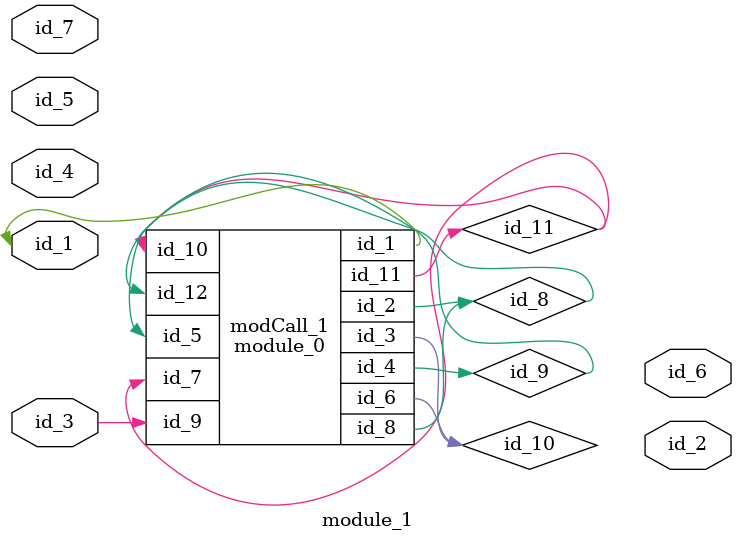
<source format=v>
module module_0 (
    id_1,
    id_2,
    id_3,
    id_4,
    id_5,
    id_6,
    id_7,
    id_8,
    id_9,
    id_10,
    id_11,
    id_12
);
  input wire id_12;
  inout wire id_11;
  input wire id_10;
  input wire id_9;
  output wire id_8;
  input wire id_7;
  inout wire id_6;
  input wire id_5;
  output wire id_4;
  output wire id_3;
  inout wire id_2;
  inout wire id_1;
  wire \id_13 ;
  assign id_4 = -1;
  wire id_14;
endmodule
module module_1 (
    id_1,
    id_2,
    id_3,
    id_4,
    id_5,
    id_6,
    id_7
);
  input wire id_7;
  output wire id_6;
  inout wire id_5;
  inout wire id_4;
  input wire id_3;
  output wire id_2;
  inout wire id_1;
  specify
    (id_8 - => id_9) = (id_8  : -1'b0 : id_1, id_1  : id_7[$realtime] : -1'b0);
    (id_10 + => id_11) = (id_3  : 1  : $realtime, $realtime : 1  : -1);
  endspecify
  module_0 modCall_1 (
      id_1,
      id_8,
      id_10,
      id_9,
      id_9,
      id_10,
      id_11,
      id_8,
      id_3,
      id_11,
      id_11,
      id_8
  );
endmodule

</source>
